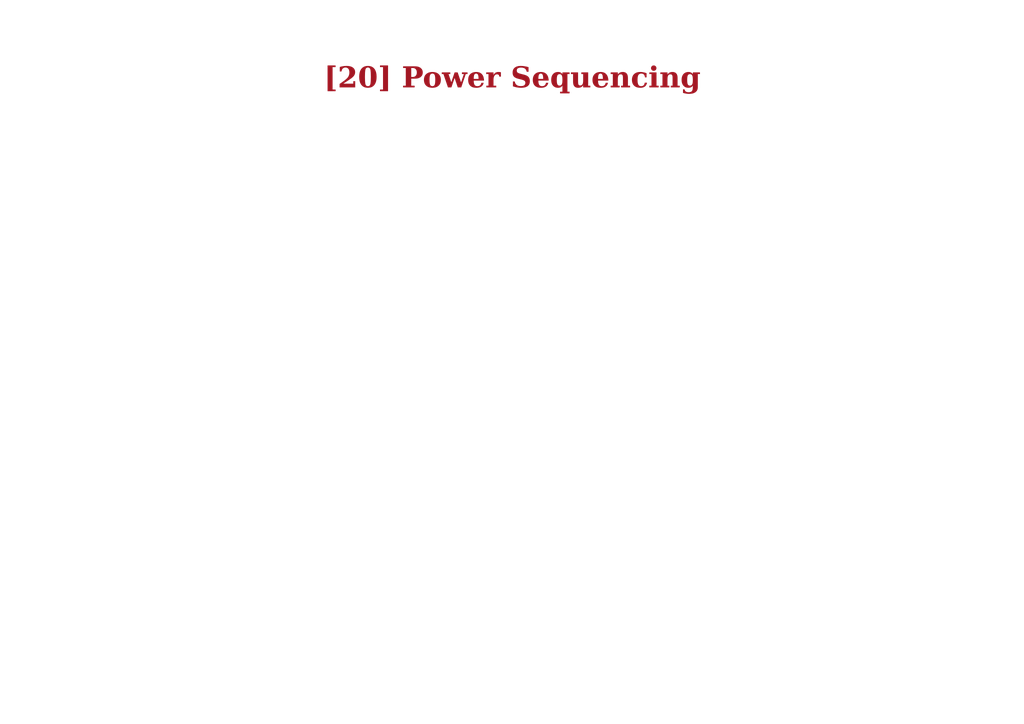
<source format=kicad_sch>
(kicad_sch (version 20230121) (generator eeschema)
  (paper "A4")
  (title_block (title "Power Sequencing") (rev "1.0") (company "EPFL Xplore") (comment 3 "Author: Vincent Nguyen"))
  (lib_symbols)
  (text_box "[20] Power Sequencing" (at 80.01 16.51 0) (size 137.16 12.7) (stroke (width -0.0001)) (effects (font (size 6 6) (thickness 1.2) bold)))
)
</source>
